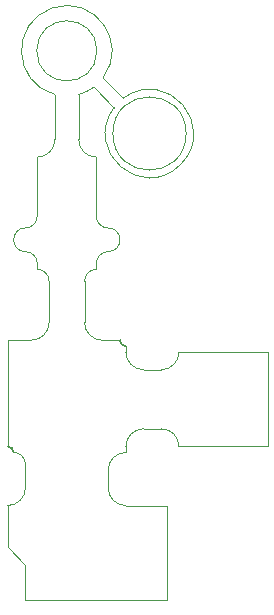
<source format=gbr>
G04 #@! TF.GenerationSoftware,KiCad,Pcbnew,(5.1.6)-1*
G04 #@! TF.CreationDate,2020-11-17T19:43:21-08:00*
G04 #@! TF.ProjectId,Miniscope-v4-Rigid-Flex,4d696e69-7363-46f7-9065-2d76342d5269,rev?*
G04 #@! TF.SameCoordinates,Original*
G04 #@! TF.FileFunction,Profile,NP*
%FSLAX46Y46*%
G04 Gerber Fmt 4.6, Leading zero omitted, Abs format (unit mm)*
G04 Created by KiCad (PCBNEW (5.1.6)-1) date 2020-11-17 19:43:21*
%MOMM*%
%LPD*%
G01*
G04 APERTURE LIST*
G04 #@! TA.AperFunction,Profile*
%ADD10C,0.050000*%
G04 #@! TD*
G04 #@! TA.AperFunction,Profile*
%ADD11C,0.203200*%
G04 #@! TD*
G04 APERTURE END LIST*
D10*
X107250000Y-99000000D02*
G75*
G02*
X106250000Y-98000000I0J1000000D01*
G01*
X106250000Y-102000000D02*
G75*
G02*
X107250000Y-101000000I1000000J0D01*
G01*
X100250000Y-101000000D02*
G75*
G02*
X101250000Y-102000000I0J-1000000D01*
G01*
X101250000Y-98000000D02*
G75*
G02*
X100250000Y-99000000I-1000000J0D01*
G01*
X102750000Y-91500000D02*
G75*
G02*
X101250000Y-93000000I-1500000J0D01*
G01*
X106250000Y-93000000D02*
G75*
G02*
X104750000Y-91500000I0J1500000D01*
G01*
X113851612Y-91000000D02*
G75*
G03*
X113851612Y-91000000I-3101612J0D01*
G01*
X107749706Y-88800402D02*
G75*
G03*
X108550001Y-88000001I3000294J-2199598D01*
G01*
X104750000Y-91500000D02*
X104750000Y-87700000D01*
X106036471Y-87076043D02*
X107750001Y-88800001D01*
X106830029Y-86281098D02*
G75*
G03*
X102750001Y-87699999I-3080029J2281098D01*
G01*
X102750000Y-91500000D02*
X102750000Y-87700000D01*
X106036471Y-87076043D02*
G75*
G02*
X104749999Y-87699999I-2286471J3076043D01*
G01*
X106828076Y-86283734D02*
X108550000Y-88000000D01*
X106297600Y-84000000D02*
G75*
G03*
X106297600Y-84000000I-2547600J0D01*
G01*
X101250000Y-102000000D02*
X101250000Y-102500000D01*
X100250000Y-101000000D02*
G75*
G02*
X100250000Y-99000000I0J1000000D01*
G01*
X106250000Y-102000000D02*
X106250000Y-102500000D01*
X107250000Y-99000000D02*
G75*
G02*
X107250000Y-101000000I0J-1000000D01*
G01*
D11*
X98750000Y-117500000D02*
G75*
G02*
X99250000Y-118000000I0J-500000D01*
G01*
D10*
X99250000Y-118000000D02*
G75*
G02*
X100250000Y-119000000I0J-1000000D01*
G01*
D11*
X108750000Y-109000000D02*
G75*
G02*
X108250000Y-108500000I0J500000D01*
G01*
D10*
X105250000Y-103500000D02*
X105250000Y-107000000D01*
X120750000Y-109500000D02*
X113250000Y-109500000D01*
X120750000Y-117500000D02*
X120750000Y-109500000D01*
X113250000Y-109500000D02*
G75*
G02*
X111750000Y-111000000I-1500000J0D01*
G01*
X102250000Y-103500000D02*
X102250000Y-107000000D01*
X111750000Y-116000000D02*
G75*
G02*
X113250000Y-117500000I0J-1500000D01*
G01*
X98750000Y-122500000D02*
X98750000Y-126000000D01*
X98750000Y-126000000D02*
X100250000Y-127500000D01*
X108750000Y-122500000D02*
X112250000Y-122500000D01*
X100250000Y-121000000D02*
X100250000Y-119000000D01*
X108750000Y-122500000D02*
G75*
G02*
X107250000Y-121000000I0J1500000D01*
G01*
X107250000Y-119500000D02*
X107250000Y-121000000D01*
X112250000Y-122500000D02*
X112250000Y-130500000D01*
X100250000Y-130500000D02*
X100250000Y-127500000D01*
X110250000Y-111000000D02*
X111750000Y-111000000D01*
X100250000Y-121000000D02*
G75*
G02*
X98750000Y-122500000I-1500000J0D01*
G01*
X113250000Y-117500000D02*
X120750000Y-117500000D01*
X110250000Y-116000000D02*
X111750000Y-116000000D01*
X112250000Y-130500000D02*
X100250000Y-130500000D01*
X107250000Y-119500000D02*
G75*
G02*
X108750000Y-118000000I1500000J0D01*
G01*
X108250000Y-108500000D02*
X106750000Y-108500000D01*
X108750000Y-117500000D02*
X108750000Y-118000000D01*
X102250000Y-107000000D02*
G75*
G02*
X100750000Y-108500000I-1500000J0D01*
G01*
X106750000Y-108500000D02*
G75*
G02*
X105250000Y-107000000I0J1500000D01*
G01*
X98750000Y-117500000D02*
X98750000Y-108500000D01*
X108750000Y-117500000D02*
G75*
G02*
X110250000Y-116000000I1500000J0D01*
G01*
X108750000Y-109000000D02*
X108750000Y-109500000D01*
X100750000Y-108500000D02*
X98750000Y-108500000D01*
X110250000Y-111000000D02*
G75*
G02*
X108750000Y-109500000I0J1500000D01*
G01*
X101250000Y-102500000D02*
G75*
G02*
X102250000Y-103500000I0J-1000000D01*
G01*
X105250000Y-103500000D02*
G75*
G02*
X106250000Y-102500000I1000000J0D01*
G01*
X101250000Y-98000000D02*
X101250000Y-93000000D01*
X106250000Y-93000000D02*
X106250000Y-98000000D01*
M02*

</source>
